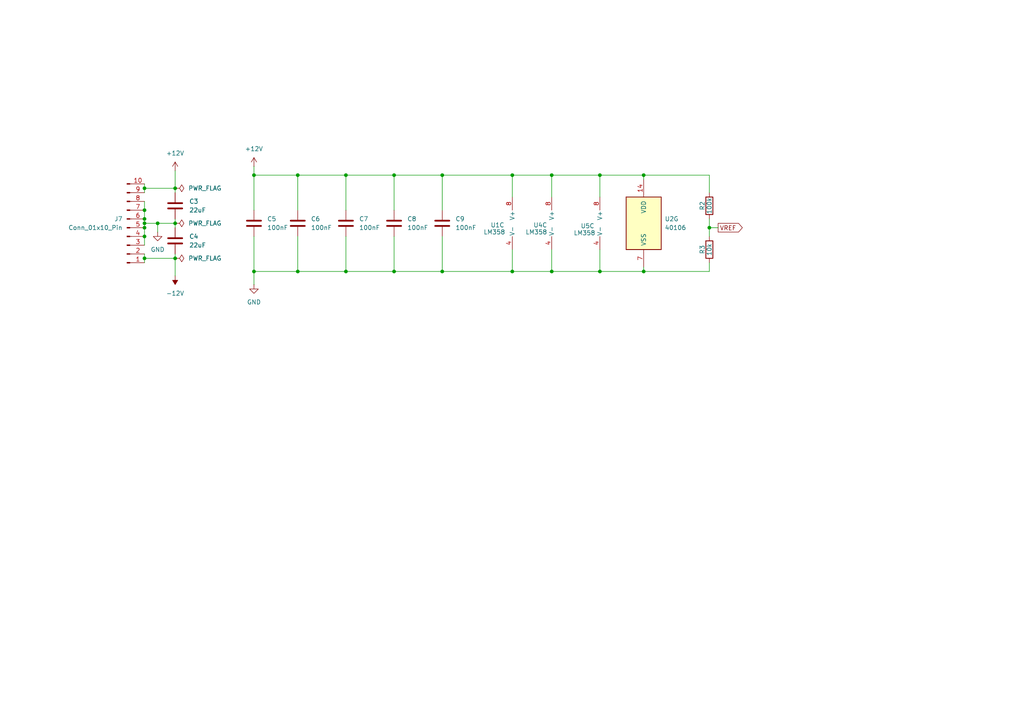
<source format=kicad_sch>
(kicad_sch (version 20231120) (generator "eeschema") (generator_version "8.0")
  (paper "A4")
  (lib_symbols
    (symbol "+12V_1" (power) (pin_numbers hide) (pin_names (offset 0) hide)
      (property "Value" "+12V" (at 0 3.556 0))
      (symbol "+12V_1_0_1"
        (polyline (pts (xy -0.762 1.27) (xy 0 2.54)))
        (polyline (pts (xy 0 0) (xy 0 2.54)))
        (polyline (pts (xy 0 2.54) (xy 0.762 1.27)))
      )
      (symbol "+12V_1_1_1"
        (pin power_in line (at 0 0 90) (length 0) (name "~") (number "1"))
      )
    )
    (symbol "-12V_1" (power) (pin_numbers hide) (pin_names (offset 0) hide)
      (property "Value" "-12V" (at 0 3.556 0))
      (symbol "-12V_1_0_0"
        (pin power_in line (at 0 0 90) (length 0) (name "~") (number "1"))
      )
      (symbol "-12V_1_0_1"
        (polyline (pts (xy 0 0) (xy 0 1.27) (xy 0.762 1.27) (xy 0 2.54) (xy -0.762 1.27) (xy 0 1.27)) (fill (type outline)))
      )
    )
    (symbol "4xxx:40106" (pin_names (offset 1.016))
      (property "Reference" "U" (at 0 1.27 0))
      (property "Value" "40106" (at 0 -1.27 0))
      (symbol "40106_1_0"
        (polyline (pts (xy -0.635 -1.27) (xy -0.635 1.27) (xy 0.635 1.27)))
        (polyline (pts (xy -3.81 3.81) (xy -3.81 -3.81) (xy 3.81 0) (xy -3.81 3.81)) (stroke (width 0.254)) (fill (type background)))
        (polyline (pts (xy -1.27 -1.27) (xy 0.635 -1.27) (xy 0.635 1.27) (xy 1.27 1.27)))
        (pin input line (at -7.62 0 0) (length 3.81) (name "~") (number "1"))
        (pin output inverted (at 7.62 0 180) (length 3.81) (name "~") (number "2"))
      )
      (symbol "40106_2_0"
        (polyline (pts (xy -0.635 -1.27) (xy -0.635 1.27) (xy 0.635 1.27)))
        (polyline (pts (xy -3.81 3.81) (xy -3.81 -3.81) (xy 3.81 0) (xy -3.81 3.81)) (stroke (width 0.254)) (fill (type background)))
        (polyline (pts (xy -1.27 -1.27) (xy 0.635 -1.27) (xy 0.635 1.27) (xy 1.27 1.27)))
        (pin input line (at -7.62 0 0) (length 3.81) (name "~") (number "3"))
        (pin output inverted (at 7.62 0 180) (length 3.81) (name "~") (number "4"))
      )
      (symbol "40106_3_0"
        (polyline (pts (xy -0.635 -1.27) (xy -0.635 1.27) (xy 0.635 1.27)))
        (polyline (pts (xy -3.81 3.81) (xy -3.81 -3.81) (xy 3.81 0) (xy -3.81 3.81)) (stroke (width 0.254)) (fill (type background)))
        (polyline (pts (xy -1.27 -1.27) (xy 0.635 -1.27) (xy 0.635 1.27) (xy 1.27 1.27)))
        (pin input line (at -7.62 0 0) (length 3.81) (name "~") (number "5"))
        (pin output inverted (at 7.62 0 180) (length 3.81) (name "~") (number "6"))
      )
      (symbol "40106_4_0"
        (polyline (pts (xy -0.635 -1.27) (xy -0.635 1.27) (xy 0.635 1.27)))
        (polyline (pts (xy -3.81 3.81) (xy -3.81 -3.81) (xy 3.81 0) (xy -3.81 3.81)) (stroke (width 0.254)) (fill (type background)))
        (polyline (pts (xy -1.27 -1.27) (xy 0.635 -1.27) (xy 0.635 1.27) (xy 1.27 1.27)))
        (pin output inverted (at 7.62 0 180) (length 3.81) (name "~") (number "8"))
        (pin input line (at -7.62 0 0) (length 3.81) (name "~") (number "9"))
      )
      (symbol "40106_5_0"
        (polyline (pts (xy -0.635 -1.27) (xy -0.635 1.27) (xy 0.635 1.27)))
        (polyline (pts (xy -3.81 3.81) (xy -3.81 -3.81) (xy 3.81 0) (xy -3.81 3.81)) (stroke (width 0.254)) (fill (type background)))
        (polyline (pts (xy -1.27 -1.27) (xy 0.635 -1.27) (xy 0.635 1.27) (xy 1.27 1.27)))
        (pin output inverted (at 7.62 0 180) (length 3.81) (name "~") (number "10"))
        (pin input line (at -7.62 0 0) (length 3.81) (name "~") (number "11"))
      )
      (symbol "40106_6_0"
        (polyline (pts (xy -0.635 -1.27) (xy -0.635 1.27) (xy 0.635 1.27)))
        (polyline (pts (xy -3.81 3.81) (xy -3.81 -3.81) (xy 3.81 0) (xy -3.81 3.81)) (stroke (width 0.254)) (fill (type background)))
        (polyline (pts (xy -1.27 -1.27) (xy 0.635 -1.27) (xy 0.635 1.27) (xy 1.27 1.27)))
        (pin output inverted (at 7.62 0 180) (length 3.81) (name "~") (number "12"))
        (pin input line (at -7.62 0 0) (length 3.81) (name "~") (number "13"))
      )
      (symbol "40106_7_0"
        (pin power_in line (at 0 12.7 270) (length 5.08) (name "VDD") (number "14"))
        (pin power_in line (at 0 -12.7 90) (length 5.08) (name "VSS") (number "7"))
      )
      (symbol "40106_7_1"
        (rectangle (start -5.08 7.62) (end 5.08 -7.62) (stroke (width 0.254)) (fill (type background)))
      )
    )
    (symbol "Amplifier_Operational:LM358" (pin_names (offset 0.127))
      (property "Reference" "U" (at 0 5.08 0))
      (property "Value" "LM358" (at 0 -5.08 0))
      (symbol "LM358_1_1"
        (polyline (pts (xy -5.08 5.08) (xy 5.08 0) (xy -5.08 -5.08) (xy -5.08 5.08)) (stroke (width 0.254)) (fill (type background)))
        (pin output line (at 7.62 0 180) (length 2.54) (name "~") (number "1"))
        (pin input line (at -7.62 -2.54 0) (length 2.54) (name "-") (number "2"))
        (pin input line (at -7.62 2.54 0) (length 2.54) (name "+") (number "3"))
      )
      (symbol "LM358_2_1"
        (polyline (pts (xy -5.08 5.08) (xy 5.08 0) (xy -5.08 -5.08) (xy -5.08 5.08)) (stroke (width 0.254)) (fill (type background)))
        (pin input line (at -7.62 2.54 0) (length 2.54) (name "+") (number "5"))
        (pin input line (at -7.62 -2.54 0) (length 2.54) (name "-") (number "6"))
        (pin output line (at 7.62 0 180) (length 2.54) (name "~") (number "7"))
      )
      (symbol "LM358_3_1"
        (pin power_in line (at -2.54 -7.62 90) (length 3.81) (name "V-") (number "4"))
        (pin power_in line (at -2.54 7.62 270) (length 3.81) (name "V+") (number "8"))
      )
    )
    (symbol "Connector:Conn_01x10_Pin" (pin_names (offset 1.016) hide)
      (property "Reference" "J" (at 0 12.7 0))
      (property "Value" "Conn_01x10_Pin" (at 0 -15.24 0))
      (symbol "Conn_01x10_Pin_1_1"
        (polyline (pts (xy 1.27 -12.7) (xy 0.8636 -12.7)) (stroke (width 0.1524)))
        (polyline (pts (xy 1.27 -10.16) (xy 0.8636 -10.16)) (stroke (width 0.1524)))
        (polyline (pts (xy 1.27 -7.62) (xy 0.8636 -7.62)) (stroke (width 0.1524)))
        (polyline (pts (xy 1.27 -5.08) (xy 0.8636 -5.08)) (stroke (width 0.1524)))
        (polyline (pts (xy 1.27 -2.54) (xy 0.8636 -2.54)) (stroke (width 0.1524)))
        (polyline (pts (xy 1.27 0) (xy 0.8636 0)) (stroke (width 0.1524)))
        (polyline (pts (xy 1.27 2.54) (xy 0.8636 2.54)) (stroke (width 0.1524)))
        (polyline (pts (xy 1.27 5.08) (xy 0.8636 5.08)) (stroke (width 0.1524)))
        (polyline (pts (xy 1.27 7.62) (xy 0.8636 7.62)) (stroke (width 0.1524)))
        (polyline (pts (xy 1.27 10.16) (xy 0.8636 10.16)) (stroke (width 0.1524)))
        (rectangle (start 0.8636 -12.573) (end 0 -12.827) (stroke (width 0.1524)) (fill (type outline)))
        (rectangle (start 0.8636 -10.033) (end 0 -10.287) (stroke (width 0.1524)) (fill (type outline)))
        (rectangle (start 0.8636 -7.493) (end 0 -7.747) (stroke (width 0.1524)) (fill (type outline)))
        (rectangle (start 0.8636 -4.953) (end 0 -5.207) (stroke (width 0.1524)) (fill (type outline)))
        (rectangle (start 0.8636 -2.413) (end 0 -2.667) (stroke (width 0.1524)) (fill (type outline)))
        (rectangle (start 0.8636 0.127) (end 0 -0.127) (stroke (width 0.1524)) (fill (type outline)))
        (rectangle (start 0.8636 2.667) (end 0 2.413) (stroke (width 0.1524)) (fill (type outline)))
        (rectangle (start 0.8636 5.207) (end 0 4.953) (stroke (width 0.1524)) (fill (type outline)))
        (rectangle (start 0.8636 7.747) (end 0 7.493) (stroke (width 0.1524)) (fill (type outline)))
        (rectangle (start 0.8636 10.287) (end 0 10.033) (stroke (width 0.1524)) (fill (type outline)))
        (pin passive line (at 5.08 10.16 180) (length 3.81) (name "Pin_1") (number "1"))
        (pin passive line (at 5.08 -12.7 180) (length 3.81) (name "Pin_10") (number "10"))
        (pin passive line (at 5.08 7.62 180) (length 3.81) (name "Pin_2") (number "2"))
        (pin passive line (at 5.08 5.08 180) (length 3.81) (name "Pin_3") (number "3"))
        (pin passive line (at 5.08 2.54 180) (length 3.81) (name "Pin_4") (number "4"))
        (pin passive line (at 5.08 0 180) (length 3.81) (name "Pin_5") (number "5"))
        (pin passive line (at 5.08 -2.54 180) (length 3.81) (name "Pin_6") (number "6"))
        (pin passive line (at 5.08 -5.08 180) (length 3.81) (name "Pin_7") (number "7"))
        (pin passive line (at 5.08 -7.62 180) (length 3.81) (name "Pin_8") (number "8"))
        (pin passive line (at 5.08 -10.16 180) (length 3.81) (name "Pin_9") (number "9"))
      )
    )
    (symbol "Device:C" (pin_numbers hide) (pin_names (offset 0.254))
      (property "Reference" "C" (at 0.635 2.54 0))
      (property "Value" "C" (at 0.635 -2.54 0))
      (symbol "C_0_1"
        (polyline (pts (xy -2.032 -0.762) (xy 2.032 -0.762)) (stroke (width 0.508)))
        (polyline (pts (xy -2.032 0.762) (xy 2.032 0.762)) (stroke (width 0.508)))
      )
      (symbol "C_1_1"
        (pin passive line (at 0 3.81 270) (length 2.794) (name "~") (number "1"))
        (pin passive line (at 0 -3.81 90) (length 2.794) (name "~") (number "2"))
      )
    )
    (symbol "Device:R" (pin_numbers hide) (pin_names (offset 0))
      (property "Reference" "R" (at 2.032 0 90))
      (property "Value" "R" (at 0 0 90))
      (symbol "R_0_1"
        (rectangle (start -1.016 -2.54) (end 1.016 2.54) (stroke (width 0.254)))
      )
      (symbol "R_1_1"
        (pin passive line (at 0 3.81 270) (length 1.27) (name "~") (number "1"))
        (pin passive line (at 0 -3.81 90) (length 1.27) (name "~") (number "2"))
      )
    )
    (symbol "GND_1" (power) (pin_numbers hide) (pin_names (offset 0) hide)
      (property "Value" "GND" (at 0 -3.81 0))
      (symbol "GND_1_0_1"
        (polyline (pts (xy 0 0) (xy 0 -1.27) (xy 1.27 -1.27) (xy 0 -2.54) (xy -1.27 -1.27) (xy 0 -1.27)))
      )
      (symbol "GND_1_1_1"
        (pin power_in line (at 0 0 270) (length 0) (name "~") (number "1"))
      )
    )
    (symbol "power:PWR_FLAG" (power) (pin_numbers hide) (pin_names (offset 0) hide)
      (property "Value" "PWR_FLAG" (at 0 3.81 0))
      (symbol "PWR_FLAG_0_0"
        (pin power_out line (at 0 0 90) (length 0) (name "~") (number "1"))
      )
      (symbol "PWR_FLAG_0_1"
        (polyline (pts (xy 0 0) (xy 0 1.27) (xy -1.016 1.905) (xy 0 2.54) (xy 1.016 1.905) (xy 0 1.27)))
      )
    )
  )
  (junction (at 41.91 54.61))
  (junction (at 73.66 78.74))
  (junction (at 173.99 78.74))
  (junction (at 186.69 50.8))
  (junction (at 41.91 64.77))
  (junction (at 45.72 64.77))
  (junction (at 148.59 50.8))
  (junction (at 128.27 50.8))
  (junction (at 173.99 50.8))
  (junction (at 128.27 78.74))
  (junction (at 41.91 63.5))
  (junction (at 114.3 50.8))
  (junction (at 50.8 64.77))
  (junction (at 148.59 78.74))
  (junction (at 114.3 78.74))
  (junction (at 86.36 50.8))
  (junction (at 100.33 78.74))
  (junction (at 50.8 54.61))
  (junction (at 41.91 60.96))
  (junction (at 205.74 66.04))
  (junction (at 41.91 74.93))
  (junction (at 160.02 50.8))
  (junction (at 100.33 50.8))
  (junction (at 73.66 50.8))
  (junction (at 41.91 68.58))
  (junction (at 160.02 78.74))
  (junction (at 86.36 78.74))
  (junction (at 50.8 74.93))
  (junction (at 41.91 66.04))
  (junction (at 186.69 78.74))
  (wire (pts (xy 114.3 50.8) (xy 128.27 50.8)))
  (wire (pts (xy 100.33 50.8) (xy 100.33 60.96)))
  (wire (pts (xy 41.91 60.96) (xy 41.91 63.5)))
  (wire (pts (xy 173.99 72.39) (xy 173.99 78.74)))
  (wire (pts (xy 205.74 63.5) (xy 205.74 66.04)))
  (wire (pts (xy 50.8 49.53) (xy 50.8 54.61)))
  (wire (pts (xy 128.27 78.74) (xy 148.59 78.74)))
  (wire (pts (xy 73.66 48.26) (xy 73.66 50.8)))
  (wire (pts (xy 173.99 50.8) (xy 173.99 57.15)))
  (wire (pts (xy 41.91 54.61) (xy 41.91 55.88)))
  (wire (pts (xy 114.3 50.8) (xy 114.3 60.96)))
  (wire (pts (xy 186.69 78.74) (xy 205.74 78.74)))
  (wire (pts (xy 128.27 50.8) (xy 148.59 50.8)))
  (wire (pts (xy 160.02 50.8) (xy 173.99 50.8)))
  (wire (pts (xy 50.8 54.61) (xy 50.8 55.88)))
  (wire (pts (xy 41.91 64.77) (xy 41.91 66.04)))
  (wire (pts (xy 148.59 72.39) (xy 148.59 78.74)))
  (wire (pts (xy 41.91 74.93) (xy 41.91 76.2)))
  (wire (pts (xy 128.27 68.58) (xy 128.27 78.74)))
  (wire (pts (xy 50.8 64.77) (xy 50.8 66.04)))
  (wire (pts (xy 45.72 64.77) (xy 50.8 64.77)))
  (wire (pts (xy 45.72 64.77) (xy 45.72 67.31)))
  (wire (pts (xy 148.59 78.74) (xy 160.02 78.74)))
  (wire (pts (xy 86.36 50.8) (xy 100.33 50.8)))
  (wire (pts (xy 41.91 64.77) (xy 45.72 64.77)))
  (wire (pts (xy 186.69 50.8) (xy 186.69 52.07)))
  (wire (pts (xy 100.33 50.8) (xy 114.3 50.8)))
  (wire (pts (xy 41.91 63.5) (xy 41.91 64.77)))
  (wire (pts (xy 41.91 66.04) (xy 41.91 68.58)))
  (wire (pts (xy 205.74 66.04) (xy 205.74 68.58)))
  (wire (pts (xy 173.99 50.8) (xy 186.69 50.8)))
  (wire (pts (xy 86.36 78.74) (xy 73.66 78.74)))
  (wire (pts (xy 100.33 78.74) (xy 114.3 78.74)))
  (wire (pts (xy 186.69 50.8) (xy 205.74 50.8)))
  (wire (pts (xy 41.91 54.61) (xy 50.8 54.61)))
  (wire (pts (xy 205.74 50.8) (xy 205.74 55.88)))
  (wire (pts (xy 114.3 68.58) (xy 114.3 78.74)))
  (wire (pts (xy 73.66 50.8) (xy 86.36 50.8)))
  (wire (pts (xy 128.27 50.8) (xy 128.27 60.96)))
  (wire (pts (xy 73.66 82.55) (xy 73.66 78.74)))
  (wire (pts (xy 160.02 72.39) (xy 160.02 78.74)))
  (wire (pts (xy 41.91 68.58) (xy 41.91 71.12)))
  (wire (pts (xy 50.8 74.93) (xy 50.8 80.01)))
  (wire (pts (xy 100.33 68.58) (xy 100.33 78.74)))
  (wire (pts (xy 50.8 63.5) (xy 50.8 64.77)))
  (wire (pts (xy 50.8 73.66) (xy 50.8 74.93)))
  (wire (pts (xy 160.02 78.74) (xy 173.99 78.74)))
  (wire (pts (xy 100.33 78.74) (xy 86.36 78.74)))
  (wire (pts (xy 73.66 50.8) (xy 73.66 60.96)))
  (wire (pts (xy 148.59 50.8) (xy 160.02 50.8)))
  (wire (pts (xy 205.74 76.2) (xy 205.74 78.74)))
  (wire (pts (xy 41.91 53.34) (xy 41.91 54.61)))
  (wire (pts (xy 173.99 78.74) (xy 186.69 78.74)))
  (wire (pts (xy 86.36 68.58) (xy 86.36 78.74)))
  (wire (pts (xy 73.66 78.74) (xy 73.66 68.58)))
  (wire (pts (xy 114.3 78.74) (xy 128.27 78.74)))
  (wire (pts (xy 86.36 50.8) (xy 86.36 60.96)))
  (wire (pts (xy 186.69 77.47) (xy 186.69 78.74)))
  (wire (pts (xy 41.91 58.42) (xy 41.91 60.96)))
  (wire (pts (xy 41.91 74.93) (xy 50.8 74.93)))
  (wire (pts (xy 205.74 66.04) (xy 208.28 66.04)))
  (wire (pts (xy 148.59 50.8) (xy 148.59 57.15)))
  (wire (pts (xy 41.91 73.66) (xy 41.91 74.93)))
  (wire (pts (xy 160.02 50.8) (xy 160.02 57.15)))
  (global_label "VREF" (shape output) (at 208.28 66.04 0) (property "Intersheetrefs" "${INTERSHEET_REFS}" (effects (hide yes))))
  (symbol (lib_name "GND_1") (lib_id "power:GND") (at 45.72 67.31 0) (unit 1)
    (property "Reference" "#PWR014" (effects (hide yes)))
    (property "Value" "GND" (at 45.72 72.39 0))
    (property "Description" "Power symbol creates a global label with name \"GND\" , ground" (effects (hide yes)))
  )
  (symbol (lib_id "Device:R") (at 205.74 59.69 180) (unit 1)
    (property "Reference" "R2" (at 203.708 59.69 90))
    (property "Value" "100k" (at 205.74 59.69 90))
    (property "Footprint" "Resistor_SMD:R_0805_2012Metric" (effects (hide yes)))
  )
  (symbol (lib_name "-12V_1") (lib_id "power:-12V") (at 50.8 80.01 180) (unit 1)
    (property "Reference" "#PWR018" (effects (hide yes)))
    (property "Value" "-12V" (at 50.8 85.09 0))
    (property "Description" "Power symbol creates a global label with name \"-12V\"" (effects (hide yes)))
  )
  (symbol (lib_id "Device:C") (at 50.8 69.85 0) (unit 1)
    (property "Reference" "C4" (at 54.864 68.5799 0) (effects (justify left)))
    (property "Value" "22uF" (at 54.864 71.1199 0) (effects (justify left)))
    (property "Footprint" "Capacitor_SMD:CP_Elec_6.3x4.5" (effects (hide yes)))
    (property "Manufacturers Name" "Murata Electronics " (effects (hide yes)))
    (property "Manufacturers Part Number" "GRM21BR61E226ME44L " (effects (hide yes)))
  )
  (symbol (lib_id "Device:C") (at 50.8 59.69 0) (unit 1)
    (property "Reference" "C3" (at 54.864 58.4199 0) (effects (justify left)))
    (property "Value" "22uF" (at 54.864 60.9599 0) (effects (justify left)))
    (property "Footprint" "Capacitor_SMD:CP_Elec_6.3x4.5" (effects (hide yes)))
    (property "Manufacturers Name" "Murata Electronics " (effects (hide yes)))
    (property "Manufacturers Part Number" "GRM21BR61E226ME44L " (effects (hide yes)))
  )
  (symbol (lib_name "GND_1") (lib_id "power:GND") (at 73.66 82.55 0) (unit 1)
    (property "Reference" "#PWR016" (effects (hide yes)))
    (property "Value" "GND" (at 73.66 87.63 0))
    (property "Description" "Power symbol creates a global label with name \"GND\" , ground" (effects (hide yes)))
  )
  (symbol (lib_id "power:PWR_FLAG") (at 50.8 64.77 270) (unit 1)
    (property "Reference" "#FLG02" (effects (hide yes)))
    (property "Value" "PWR_FLAG" (at 54.61 64.7699 90) (effects (justify left)))
    (property "Description" "Special symbol for telling ERC where power comes from" (effects (hide yes)))
  )
  (symbol (lib_id "power:PWR_FLAG") (at 50.8 54.61 270) (unit 1)
    (property "Reference" "#FLG01" (effects (hide yes)))
    (property "Value" "PWR_FLAG" (at 54.61 54.6099 90) (effects (justify left)))
    (property "Description" "Special symbol for telling ERC where power comes from" (effects (hide yes)))
  )
  (symbol (lib_id "Amplifier_Operational:LM358") (at 176.53 64.77 0) (unit 3)
    (property "Reference" "U5" (at 168.402 65.532 0) (effects (justify left)))
    (property "Value" "LM358" (at 166.37 67.564 0) (effects (justify left)))
    (property "Footprint" "Package_SO:SOIC-8_3.9x4.9mm_P1.27mm" (effects (hide yes)))
    (property "Datasheet" "http://www.ti.com/lit/ds/symlink/lm2904-n.pdf" (effects (hide yes)))
  )
  (symbol (lib_id "Amplifier_Operational:LM358") (at 151.13 64.77 0) (unit 3)
    (property "Reference" "U1" (at 146.304 65.278 0) (effects (justify right)))
    (property "Value" "LM358" (at 146.558 67.31 0) (effects (justify right)))
    (property "Footprint" "Package_SO:SOIC-8_3.9x4.9mm_P1.27mm" (effects (hide yes)))
    (property "Datasheet" "http://www.ti.com/lit/ds/symlink/lm2904-n.pdf" (effects (hide yes)))
  )
  (symbol (lib_id "Device:C") (at 73.66 64.77 0) (unit 1)
    (property "Reference" "C5" (at 77.47 63.4999 0) (effects (justify left)))
    (property "Value" "100nF" (at 77.47 66.0399 0) (effects (justify left)))
    (property "Footprint" "Capacitor_SMD:C_0805_2012Metric_Pad1.18x1.45mm_HandSolder" (effects (hide yes)))
    (property "Description" "Unpolarized capacitor" (effects (hide yes)))
  )
  (symbol (lib_id "Device:C") (at 86.36 64.77 0) (unit 1)
    (property "Reference" "C6" (at 90.17 63.4999 0) (effects (justify left)))
    (property "Value" "100nF" (at 90.17 66.0399 0) (effects (justify left)))
    (property "Footprint" "Capacitor_SMD:C_0805_2012Metric_Pad1.18x1.45mm_HandSolder" (effects (hide yes)))
    (property "Description" "Unpolarized capacitor" (effects (hide yes)))
  )
  (symbol (lib_id "Connector:Conn_01x10_Pin") (at 36.83 66.04 0) (mirror x) (unit 1)
    (property "Reference" "J7" (at 35.56 63.4999 0) (effects (justify right)))
    (property "Value" "Conn_01x10_Pin" (at 35.56 66.0399 0) (effects (justify right)))
    (property "Footprint" "Connector_IDC:IDC-Header_2x05_P2.54mm_Vertical" (effects (hide yes)))
    (property "Description" "Generic connector, single row, 01x10, script generated" (effects (hide yes)))
  )
  (symbol (lib_id "Device:R") (at 205.74 72.39 180) (unit 1)
    (property "Reference" "R3" (at 203.708 72.39 90))
    (property "Value" "10k" (at 205.74 72.39 90))
    (property "Footprint" "Resistor_SMD:R_0805_2012Metric" (effects (hide yes)))
  )
  (symbol (lib_id "Device:C") (at 128.27 64.77 0) (unit 1)
    (property "Reference" "C9" (at 132.08 63.4999 0) (effects (justify left)))
    (property "Value" "100nF" (at 132.08 66.0399 0) (effects (justify left)))
    (property "Footprint" "Capacitor_SMD:C_0805_2012Metric_Pad1.18x1.45mm_HandSolder" (effects (hide yes)))
    (property "Description" "Unpolarized capacitor" (effects (hide yes)))
  )
  (symbol (lib_id "Amplifier_Operational:LM358") (at 162.56 64.77 0) (unit 3)
    (property "Reference" "U4" (at 154.686 65.278 0) (effects (justify left)))
    (property "Value" "LM358" (at 152.4 67.31 0) (effects (justify left)))
    (property "Footprint" "Package_SO:SOIC-8_3.9x4.9mm_P1.27mm" (effects (hide yes)))
    (property "Datasheet" "http://www.ti.com/lit/ds/symlink/lm2904-n.pdf" (effects (hide yes)))
  )
  (symbol (lib_id "Device:C") (at 100.33 64.77 0) (unit 1)
    (property "Reference" "C7" (at 104.14 63.4999 0) (effects (justify left)))
    (property "Value" "100nF" (at 104.14 66.0399 0) (effects (justify left)))
    (property "Footprint" "Capacitor_SMD:C_0805_2012Metric_Pad1.18x1.45mm_HandSolder" (effects (hide yes)))
    (property "Description" "Unpolarized capacitor" (effects (hide yes)))
  )
  (symbol (lib_name "+12V_1") (lib_id "power:+12V") (at 50.8 49.53 0) (unit 1)
    (property "Reference" "#PWR015" (effects (hide yes)))
    (property "Value" "+12V" (at 50.8 44.45 0))
    (property "Description" "Power symbol creates a global label with name \"+12V\"" (effects (hide yes)))
  )
  (symbol (lib_id "power:PWR_FLAG") (at 50.8 74.93 270) (unit 1)
    (property "Reference" "#FLG03" (effects (hide yes)))
    (property "Value" "PWR_FLAG" (at 54.61 74.9299 90) (effects (justify left)))
    (property "Description" "Special symbol for telling ERC where power comes from" (effects (hide yes)))
  )
  (symbol (lib_id "4xxx:40106") (at 186.69 64.77 0) (unit 7)
    (property "Reference" "U2" (at 192.786 63.5 0) (effects (justify left)))
    (property "Value" "40106" (at 192.786 66.04 0) (effects (justify left)))
    (property "Footprint" "Package_SO:SOIC-14_3.9x8.7mm_P1.27mm" (effects (hide yes)))
    (property "Datasheet" "https://assets.nexperia.com/documents/data-sheet/HEF40106B.pdf" (effects (hide yes)))
  )
  (symbol (lib_name "+12V_1") (lib_id "power:+12V") (at 73.66 48.26 0) (unit 1)
    (property "Reference" "#PWR017" (effects (hide yes)))
    (property "Value" "+12V" (at 73.66 43.18 0))
    (property "Description" "Power symbol creates a global label with name \"+12V\"" (effects (hide yes)))
  )
  (symbol (lib_id "Device:C") (at 114.3 64.77 0) (unit 1)
    (property "Reference" "C8" (at 118.11 63.4999 0) (effects (justify left)))
    (property "Value" "100nF" (at 118.11 66.0399 0) (effects (justify left)))
    (property "Footprint" "Capacitor_SMD:C_0805_2012Metric_Pad1.18x1.45mm_HandSolder" (effects (hide yes)))
    (property "Description" "Unpolarized capacitor" (effects (hide yes)))
  )
)
</source>
